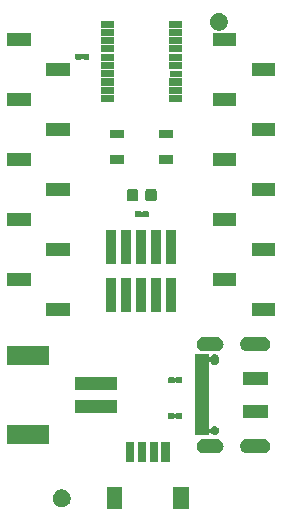
<source format=gbr>
G04 #@! TF.GenerationSoftware,KiCad,Pcbnew,(5.1.5-0-10_14)*
G04 #@! TF.CreationDate,2020-09-25T15:56:19+02:00*
G04 #@! TF.ProjectId,s1-popout-board,73312d70-6f70-46f7-9574-2d626f617264,2*
G04 #@! TF.SameCoordinates,Original*
G04 #@! TF.FileFunction,Soldermask,Top*
G04 #@! TF.FilePolarity,Negative*
%FSLAX46Y46*%
G04 Gerber Fmt 4.6, Leading zero omitted, Abs format (unit mm)*
G04 Created by KiCad (PCBNEW (5.1.5-0-10_14)) date 2020-09-25 15:56:19*
%MOMM*%
%LPD*%
G04 APERTURE LIST*
%ADD10C,0.100000*%
G04 APERTURE END LIST*
D10*
G36*
X110950000Y-87700000D02*
G01*
X109650000Y-87700000D01*
X109650000Y-85800000D01*
X110950000Y-85800000D01*
X110950000Y-87700000D01*
G37*
G36*
X105350000Y-87700000D02*
G01*
X104050000Y-87700000D01*
X104050000Y-85800000D01*
X105350000Y-85800000D01*
X105350000Y-87700000D01*
G37*
G36*
X100418765Y-86078821D02*
G01*
X100555257Y-86135358D01*
X100678096Y-86217436D01*
X100782564Y-86321904D01*
X100864642Y-86444743D01*
X100921179Y-86581235D01*
X100950000Y-86726130D01*
X100950000Y-86873870D01*
X100921179Y-87018765D01*
X100864642Y-87155257D01*
X100782564Y-87278096D01*
X100678096Y-87382564D01*
X100555257Y-87464642D01*
X100418765Y-87521179D01*
X100273870Y-87550000D01*
X100126130Y-87550000D01*
X99981235Y-87521179D01*
X99844743Y-87464642D01*
X99721904Y-87382564D01*
X99617436Y-87278096D01*
X99535358Y-87155257D01*
X99478821Y-87018765D01*
X99450000Y-86873870D01*
X99450000Y-86726130D01*
X99478821Y-86581235D01*
X99535358Y-86444743D01*
X99617436Y-86321904D01*
X99721904Y-86217436D01*
X99844743Y-86135358D01*
X99981235Y-86078821D01*
X100126130Y-86050000D01*
X100273870Y-86050000D01*
X100418765Y-86078821D01*
G37*
G36*
X106350000Y-83700000D02*
G01*
X105650000Y-83700000D01*
X105650000Y-82050000D01*
X106350000Y-82050000D01*
X106350000Y-83700000D01*
G37*
G36*
X107350000Y-83700000D02*
G01*
X106650000Y-83700000D01*
X106650000Y-82050000D01*
X107350000Y-82050000D01*
X107350000Y-83700000D01*
G37*
G36*
X109350000Y-83700000D02*
G01*
X108650000Y-83700000D01*
X108650000Y-82050000D01*
X109350000Y-82050000D01*
X109350000Y-83700000D01*
G37*
G36*
X108350000Y-83700000D02*
G01*
X107650000Y-83700000D01*
X107650000Y-82050000D01*
X108350000Y-82050000D01*
X108350000Y-83700000D01*
G37*
G36*
X117369305Y-81750103D02*
G01*
X117454403Y-81775918D01*
X117487872Y-81786070D01*
X117487874Y-81786071D01*
X117597143Y-81844476D01*
X117692922Y-81923080D01*
X117771526Y-82018859D01*
X117829931Y-82128128D01*
X117865899Y-82246697D01*
X117878043Y-82370002D01*
X117865899Y-82493307D01*
X117829931Y-82611876D01*
X117771526Y-82721145D01*
X117692922Y-82816924D01*
X117597143Y-82895528D01*
X117487874Y-82953933D01*
X117487872Y-82953934D01*
X117454403Y-82964086D01*
X117369305Y-82989901D01*
X117276899Y-82999002D01*
X115915101Y-82999002D01*
X115822695Y-82989901D01*
X115737597Y-82964086D01*
X115704128Y-82953934D01*
X115704126Y-82953933D01*
X115594857Y-82895528D01*
X115499078Y-82816924D01*
X115420474Y-82721145D01*
X115362069Y-82611876D01*
X115326101Y-82493307D01*
X115313957Y-82370002D01*
X115326101Y-82246697D01*
X115362069Y-82128128D01*
X115420474Y-82018859D01*
X115499078Y-81923080D01*
X115594857Y-81844476D01*
X115704126Y-81786071D01*
X115704128Y-81786070D01*
X115737597Y-81775918D01*
X115822695Y-81750103D01*
X115915101Y-81741002D01*
X117276899Y-81741002D01*
X117369305Y-81750103D01*
G37*
G36*
X113394304Y-81750103D02*
G01*
X113479402Y-81775918D01*
X113512871Y-81786070D01*
X113512873Y-81786071D01*
X113622142Y-81844476D01*
X113717921Y-81923080D01*
X113796525Y-82018859D01*
X113854930Y-82128128D01*
X113890898Y-82246697D01*
X113903042Y-82370002D01*
X113890898Y-82493307D01*
X113854930Y-82611876D01*
X113796525Y-82721145D01*
X113717921Y-82816924D01*
X113622142Y-82895528D01*
X113512873Y-82953933D01*
X113512871Y-82953934D01*
X113479402Y-82964086D01*
X113394304Y-82989901D01*
X113301898Y-82999002D01*
X112240100Y-82999002D01*
X112147694Y-82989901D01*
X112062596Y-82964086D01*
X112029127Y-82953934D01*
X112029125Y-82953933D01*
X111919856Y-82895528D01*
X111824077Y-82816924D01*
X111745473Y-82721145D01*
X111687068Y-82611876D01*
X111651100Y-82493307D01*
X111638956Y-82370002D01*
X111651100Y-82246697D01*
X111687068Y-82128128D01*
X111745473Y-82018859D01*
X111824077Y-81923080D01*
X111919856Y-81844476D01*
X112029125Y-81786071D01*
X112029127Y-81786070D01*
X112062596Y-81775918D01*
X112147694Y-81750103D01*
X112240100Y-81741002D01*
X113301898Y-81741002D01*
X113394304Y-81750103D01*
G37*
G36*
X99100000Y-82200000D02*
G01*
X95600000Y-82200000D01*
X95600000Y-80600000D01*
X99100000Y-80600000D01*
X99100000Y-82200000D01*
G37*
G36*
X113227513Y-74580427D02*
G01*
X113298200Y-74601870D01*
X113298202Y-74601871D01*
X113363345Y-74636690D01*
X113363347Y-74636692D01*
X113420449Y-74683553D01*
X113467310Y-74740654D01*
X113502132Y-74805801D01*
X113523575Y-74876488D01*
X113529001Y-74931582D01*
X113529001Y-75168419D01*
X113523575Y-75223514D01*
X113502132Y-75294201D01*
X113467310Y-75359348D01*
X113420449Y-75416449D01*
X113363348Y-75463310D01*
X113363346Y-75463311D01*
X113363345Y-75463312D01*
X113298203Y-75498131D01*
X113298201Y-75498132D01*
X113227514Y-75519575D01*
X113154001Y-75526815D01*
X113080489Y-75519575D01*
X113009802Y-75498132D01*
X113009800Y-75498131D01*
X112944658Y-75463312D01*
X112944657Y-75463311D01*
X112944655Y-75463310D01*
X112887553Y-75416449D01*
X112840692Y-75359348D01*
X112840690Y-75359346D01*
X112805871Y-75294203D01*
X112805870Y-75294201D01*
X112793943Y-75254882D01*
X112790194Y-75245833D01*
X112784749Y-75237683D01*
X112777818Y-75230752D01*
X112769668Y-75225307D01*
X112760613Y-75221556D01*
X112751000Y-75219644D01*
X112741198Y-75219644D01*
X112731585Y-75221556D01*
X112722530Y-75225307D01*
X112714380Y-75230752D01*
X112707449Y-75237683D01*
X112702004Y-75245833D01*
X112698253Y-75254888D01*
X112696341Y-75264501D01*
X112696100Y-75269402D01*
X112696100Y-76036127D01*
X112692921Y-76037826D01*
X112685344Y-76044044D01*
X112679126Y-76051621D01*
X112674506Y-76060265D01*
X112671661Y-76069645D01*
X112670700Y-76079399D01*
X112670700Y-80020602D01*
X112671661Y-80030356D01*
X112674506Y-80039736D01*
X112679126Y-80048380D01*
X112685344Y-80055957D01*
X112692921Y-80062175D01*
X112696100Y-80063874D01*
X112696100Y-80924185D01*
X112697061Y-80933939D01*
X112699906Y-80943319D01*
X112704526Y-80951963D01*
X112710744Y-80959540D01*
X112718321Y-80965758D01*
X112726965Y-80970378D01*
X112736345Y-80973223D01*
X112746099Y-80974184D01*
X112755853Y-80973223D01*
X112765233Y-80970378D01*
X112773877Y-80965758D01*
X112781454Y-80959540D01*
X112787672Y-80951963D01*
X112792292Y-80943319D01*
X112800218Y-80924185D01*
X112821680Y-80872371D01*
X112862719Y-80810952D01*
X112914952Y-80758719D01*
X112976371Y-80717680D01*
X113044617Y-80689411D01*
X113117065Y-80675000D01*
X113190935Y-80675000D01*
X113263383Y-80689411D01*
X113331629Y-80717680D01*
X113393048Y-80758719D01*
X113445281Y-80810952D01*
X113486320Y-80872371D01*
X113514589Y-80940617D01*
X113529000Y-81013066D01*
X113529000Y-81086934D01*
X113514589Y-81159383D01*
X113486320Y-81227629D01*
X113445281Y-81289048D01*
X113393048Y-81341281D01*
X113331629Y-81382320D01*
X113331628Y-81382321D01*
X113331627Y-81382321D01*
X113263383Y-81410589D01*
X113190935Y-81425000D01*
X113117065Y-81425000D01*
X113044617Y-81410589D01*
X112976373Y-81382321D01*
X112976372Y-81382321D01*
X112976371Y-81382320D01*
X112914952Y-81341281D01*
X112862719Y-81289048D01*
X112821680Y-81227629D01*
X112793411Y-81159383D01*
X112793411Y-81159382D01*
X112792292Y-81156681D01*
X112787672Y-81148037D01*
X112781454Y-81140460D01*
X112773877Y-81134242D01*
X112765233Y-81129622D01*
X112755853Y-81126777D01*
X112746099Y-81125816D01*
X112736345Y-81126777D01*
X112726965Y-81129622D01*
X112718321Y-81134242D01*
X112710744Y-81140460D01*
X112704526Y-81148037D01*
X112699906Y-81156681D01*
X112697061Y-81166061D01*
X112696100Y-81175815D01*
X112696100Y-81479400D01*
X111503900Y-81479400D01*
X111503900Y-80063874D01*
X111507079Y-80062175D01*
X111514656Y-80055957D01*
X111520874Y-80048380D01*
X111525494Y-80039736D01*
X111528339Y-80030356D01*
X111529300Y-80020602D01*
X111529300Y-76079399D01*
X111528339Y-76069645D01*
X111525494Y-76060265D01*
X111520874Y-76051621D01*
X111514656Y-76044044D01*
X111507079Y-76037826D01*
X111503900Y-76036127D01*
X111503900Y-74620601D01*
X112696100Y-74620601D01*
X112696100Y-74830601D01*
X112697061Y-74840355D01*
X112699906Y-74849735D01*
X112704526Y-74858379D01*
X112710744Y-74865956D01*
X112718321Y-74872174D01*
X112726965Y-74876794D01*
X112736345Y-74879639D01*
X112746099Y-74880600D01*
X112755853Y-74879639D01*
X112765233Y-74876794D01*
X112773877Y-74872174D01*
X112781454Y-74865956D01*
X112787672Y-74858379D01*
X112792292Y-74849735D01*
X112793941Y-74845127D01*
X112805870Y-74805802D01*
X112805872Y-74805799D01*
X112840690Y-74740657D01*
X112848403Y-74731259D01*
X112887553Y-74683553D01*
X112944654Y-74636692D01*
X112944656Y-74636691D01*
X112944657Y-74636690D01*
X113009799Y-74601871D01*
X113009801Y-74601870D01*
X113080488Y-74580427D01*
X113154001Y-74573187D01*
X113227513Y-74580427D01*
G37*
G36*
X109679460Y-79552158D02*
G01*
X109698173Y-79557835D01*
X109715424Y-79567055D01*
X109730539Y-79579461D01*
X109742945Y-79594576D01*
X109752185Y-79611864D01*
X109755905Y-79620845D01*
X109761350Y-79628995D01*
X109768281Y-79635925D01*
X109776430Y-79641371D01*
X109785486Y-79645122D01*
X109795099Y-79647034D01*
X109804900Y-79647034D01*
X109814513Y-79645122D01*
X109823569Y-79641371D01*
X109831719Y-79635926D01*
X109838649Y-79628995D01*
X109844095Y-79620846D01*
X109847815Y-79611864D01*
X109857055Y-79594576D01*
X109869461Y-79579461D01*
X109884576Y-79567055D01*
X109901827Y-79557835D01*
X109920540Y-79552158D01*
X109942453Y-79550000D01*
X110297547Y-79550000D01*
X110319460Y-79552158D01*
X110338173Y-79557835D01*
X110355424Y-79567055D01*
X110370539Y-79579461D01*
X110382945Y-79594576D01*
X110392165Y-79611827D01*
X110397842Y-79630540D01*
X110400000Y-79652453D01*
X110400000Y-79947547D01*
X110397842Y-79969460D01*
X110392165Y-79988173D01*
X110382945Y-80005424D01*
X110370539Y-80020539D01*
X110355424Y-80032945D01*
X110338173Y-80042165D01*
X110319460Y-80047842D01*
X110297547Y-80050000D01*
X109942453Y-80050000D01*
X109920540Y-80047842D01*
X109901827Y-80042165D01*
X109884576Y-80032945D01*
X109869461Y-80020539D01*
X109857055Y-80005424D01*
X109847815Y-79988136D01*
X109844095Y-79979155D01*
X109838650Y-79971005D01*
X109831719Y-79964075D01*
X109823570Y-79958629D01*
X109814514Y-79954878D01*
X109804901Y-79952966D01*
X109795100Y-79952966D01*
X109785487Y-79954878D01*
X109776431Y-79958629D01*
X109768281Y-79964074D01*
X109761351Y-79971005D01*
X109755905Y-79979154D01*
X109752185Y-79988136D01*
X109742945Y-80005424D01*
X109730539Y-80020539D01*
X109715424Y-80032945D01*
X109698173Y-80042165D01*
X109679460Y-80047842D01*
X109657547Y-80050000D01*
X109302453Y-80050000D01*
X109280540Y-80047842D01*
X109261827Y-80042165D01*
X109244576Y-80032945D01*
X109229461Y-80020539D01*
X109217055Y-80005424D01*
X109207835Y-79988173D01*
X109202158Y-79969460D01*
X109200000Y-79947547D01*
X109200000Y-79652453D01*
X109202158Y-79630540D01*
X109207835Y-79611827D01*
X109217055Y-79594576D01*
X109229461Y-79579461D01*
X109244576Y-79567055D01*
X109261827Y-79557835D01*
X109280540Y-79552158D01*
X109302453Y-79550000D01*
X109657547Y-79550000D01*
X109679460Y-79552158D01*
G37*
G36*
X117649300Y-79995300D02*
G01*
X115542700Y-79995300D01*
X115542700Y-78904700D01*
X117649300Y-78904700D01*
X117649300Y-79995300D01*
G37*
G36*
X104900000Y-79600000D02*
G01*
X101300000Y-79600000D01*
X101300000Y-78500000D01*
X104900000Y-78500000D01*
X104900000Y-79600000D01*
G37*
G36*
X104900000Y-77600000D02*
G01*
X101300000Y-77600000D01*
X101300000Y-76500000D01*
X104900000Y-76500000D01*
X104900000Y-77600000D01*
G37*
G36*
X117649300Y-77195301D02*
G01*
X115542700Y-77195301D01*
X115542700Y-76104701D01*
X117649300Y-76104701D01*
X117649300Y-77195301D01*
G37*
G36*
X109699460Y-76552158D02*
G01*
X109718173Y-76557835D01*
X109735424Y-76567055D01*
X109750539Y-76579461D01*
X109762945Y-76594576D01*
X109772185Y-76611864D01*
X109775905Y-76620845D01*
X109781350Y-76628995D01*
X109788281Y-76635925D01*
X109796430Y-76641371D01*
X109805486Y-76645122D01*
X109815099Y-76647034D01*
X109824900Y-76647034D01*
X109834513Y-76645122D01*
X109843569Y-76641371D01*
X109851719Y-76635926D01*
X109858649Y-76628995D01*
X109864095Y-76620846D01*
X109867815Y-76611864D01*
X109877055Y-76594576D01*
X109889461Y-76579461D01*
X109904576Y-76567055D01*
X109921827Y-76557835D01*
X109940540Y-76552158D01*
X109962453Y-76550000D01*
X110317547Y-76550000D01*
X110339460Y-76552158D01*
X110358173Y-76557835D01*
X110375424Y-76567055D01*
X110390539Y-76579461D01*
X110402945Y-76594576D01*
X110412165Y-76611827D01*
X110417842Y-76630540D01*
X110420000Y-76652453D01*
X110420000Y-76947547D01*
X110417842Y-76969460D01*
X110412165Y-76988173D01*
X110402945Y-77005424D01*
X110390539Y-77020539D01*
X110375424Y-77032945D01*
X110358173Y-77042165D01*
X110339460Y-77047842D01*
X110317547Y-77050000D01*
X109962453Y-77050000D01*
X109940540Y-77047842D01*
X109921827Y-77042165D01*
X109904576Y-77032945D01*
X109889461Y-77020539D01*
X109877055Y-77005424D01*
X109867815Y-76988136D01*
X109864095Y-76979155D01*
X109858650Y-76971005D01*
X109851719Y-76964075D01*
X109843570Y-76958629D01*
X109834514Y-76954878D01*
X109824901Y-76952966D01*
X109815100Y-76952966D01*
X109805487Y-76954878D01*
X109796431Y-76958629D01*
X109788281Y-76964074D01*
X109781351Y-76971005D01*
X109775905Y-76979154D01*
X109772185Y-76988136D01*
X109762945Y-77005424D01*
X109750539Y-77020539D01*
X109735424Y-77032945D01*
X109718173Y-77042165D01*
X109699460Y-77047842D01*
X109677547Y-77050000D01*
X109322453Y-77050000D01*
X109300540Y-77047842D01*
X109281827Y-77042165D01*
X109264576Y-77032945D01*
X109249461Y-77020539D01*
X109237055Y-77005424D01*
X109227835Y-76988173D01*
X109222158Y-76969460D01*
X109220000Y-76947547D01*
X109220000Y-76652453D01*
X109222158Y-76630540D01*
X109227835Y-76611827D01*
X109237055Y-76594576D01*
X109249461Y-76579461D01*
X109264576Y-76567055D01*
X109281827Y-76557835D01*
X109300540Y-76552158D01*
X109322453Y-76550000D01*
X109677547Y-76550000D01*
X109699460Y-76552158D01*
G37*
G36*
X99100000Y-75500000D02*
G01*
X95600000Y-75500000D01*
X95600000Y-73900000D01*
X99100000Y-73900000D01*
X99100000Y-75500000D01*
G37*
G36*
X113394304Y-73110500D02*
G01*
X113479402Y-73136315D01*
X113512871Y-73146467D01*
X113512873Y-73146468D01*
X113622142Y-73204873D01*
X113717921Y-73283477D01*
X113796525Y-73379256D01*
X113854930Y-73488525D01*
X113890898Y-73607094D01*
X113903042Y-73730399D01*
X113890898Y-73853704D01*
X113876854Y-73900000D01*
X113855052Y-73971873D01*
X113854930Y-73972273D01*
X113796525Y-74081542D01*
X113717921Y-74177321D01*
X113622142Y-74255925D01*
X113513621Y-74313930D01*
X113512871Y-74314331D01*
X113479402Y-74324483D01*
X113394304Y-74350298D01*
X113301898Y-74359399D01*
X112240100Y-74359399D01*
X112147694Y-74350298D01*
X112062596Y-74324483D01*
X112029127Y-74314331D01*
X112028377Y-74313930D01*
X111919856Y-74255925D01*
X111824077Y-74177321D01*
X111745473Y-74081542D01*
X111687068Y-73972273D01*
X111686947Y-73971873D01*
X111665144Y-73900000D01*
X111651100Y-73853704D01*
X111638956Y-73730399D01*
X111651100Y-73607094D01*
X111687068Y-73488525D01*
X111745473Y-73379256D01*
X111824077Y-73283477D01*
X111919856Y-73204873D01*
X112029125Y-73146468D01*
X112029127Y-73146467D01*
X112062596Y-73136315D01*
X112147694Y-73110500D01*
X112240100Y-73101399D01*
X113301898Y-73101399D01*
X113394304Y-73110500D01*
G37*
G36*
X117369305Y-73110100D02*
G01*
X117454403Y-73135915D01*
X117487872Y-73146067D01*
X117487874Y-73146068D01*
X117597143Y-73204473D01*
X117692922Y-73283077D01*
X117771526Y-73378856D01*
X117829931Y-73488125D01*
X117829932Y-73488127D01*
X117830053Y-73488527D01*
X117865899Y-73606694D01*
X117878043Y-73729999D01*
X117865899Y-73853304D01*
X117829931Y-73971873D01*
X117771526Y-74081142D01*
X117692922Y-74176921D01*
X117597143Y-74255525D01*
X117487874Y-74313930D01*
X117487872Y-74313931D01*
X117454403Y-74324083D01*
X117369305Y-74349898D01*
X117276899Y-74358999D01*
X115915101Y-74358999D01*
X115822695Y-74349898D01*
X115737597Y-74324083D01*
X115704128Y-74313931D01*
X115704126Y-74313930D01*
X115594857Y-74255525D01*
X115499078Y-74176921D01*
X115420474Y-74081142D01*
X115362069Y-73971873D01*
X115326101Y-73853304D01*
X115313957Y-73729999D01*
X115326101Y-73606694D01*
X115361947Y-73488527D01*
X115362068Y-73488127D01*
X115362069Y-73488125D01*
X115420474Y-73378856D01*
X115499078Y-73283077D01*
X115594857Y-73204473D01*
X115704126Y-73146068D01*
X115704128Y-73146067D01*
X115737597Y-73135915D01*
X115822695Y-73110100D01*
X115915101Y-73100999D01*
X117276899Y-73100999D01*
X117369305Y-73110100D01*
G37*
G36*
X100900000Y-71400000D02*
G01*
X98900000Y-71400000D01*
X98900000Y-70300000D01*
X100900000Y-70300000D01*
X100900000Y-71400000D01*
G37*
G36*
X118300000Y-71400000D02*
G01*
X116300000Y-71400000D01*
X116300000Y-70300000D01*
X118300000Y-70300000D01*
X118300000Y-71400000D01*
G37*
G36*
X108640000Y-71030000D02*
G01*
X107800000Y-71030000D01*
X107800000Y-68140000D01*
X108640000Y-68140000D01*
X108640000Y-71030000D01*
G37*
G36*
X104830000Y-71030000D02*
G01*
X103990000Y-71030000D01*
X103990000Y-68140000D01*
X104830000Y-68140000D01*
X104830000Y-71030000D01*
G37*
G36*
X106100000Y-71030000D02*
G01*
X105260000Y-71030000D01*
X105260000Y-68140000D01*
X106100000Y-68140000D01*
X106100000Y-71030000D01*
G37*
G36*
X107370000Y-71030000D02*
G01*
X106530000Y-71030000D01*
X106530000Y-68140000D01*
X107370000Y-68140000D01*
X107370000Y-71030000D01*
G37*
G36*
X109910000Y-71030000D02*
G01*
X109070000Y-71030000D01*
X109070000Y-68140000D01*
X109910000Y-68140000D01*
X109910000Y-71030000D01*
G37*
G36*
X97600000Y-68860000D02*
G01*
X95600000Y-68860000D01*
X95600000Y-67760000D01*
X97600000Y-67760000D01*
X97600000Y-68860000D01*
G37*
G36*
X115000000Y-68860000D02*
G01*
X113000000Y-68860000D01*
X113000000Y-67760000D01*
X115000000Y-67760000D01*
X115000000Y-68860000D01*
G37*
G36*
X109910000Y-66960000D02*
G01*
X109070000Y-66960000D01*
X109070000Y-64070000D01*
X109910000Y-64070000D01*
X109910000Y-66960000D01*
G37*
G36*
X108640000Y-66960000D02*
G01*
X107800000Y-66960000D01*
X107800000Y-64070000D01*
X108640000Y-64070000D01*
X108640000Y-66960000D01*
G37*
G36*
X107370000Y-66960000D02*
G01*
X106530000Y-66960000D01*
X106530000Y-64070000D01*
X107370000Y-64070000D01*
X107370000Y-66960000D01*
G37*
G36*
X106100000Y-66960000D02*
G01*
X105260000Y-66960000D01*
X105260000Y-64070000D01*
X106100000Y-64070000D01*
X106100000Y-66960000D01*
G37*
G36*
X104830000Y-66960000D02*
G01*
X103990000Y-66960000D01*
X103990000Y-64070000D01*
X104830000Y-64070000D01*
X104830000Y-66960000D01*
G37*
G36*
X118300000Y-66320000D02*
G01*
X116300000Y-66320000D01*
X116300000Y-65220000D01*
X118300000Y-65220000D01*
X118300000Y-66320000D01*
G37*
G36*
X100900000Y-66320000D02*
G01*
X98900000Y-66320000D01*
X98900000Y-65220000D01*
X100900000Y-65220000D01*
X100900000Y-66320000D01*
G37*
G36*
X115000000Y-63780000D02*
G01*
X113000000Y-63780000D01*
X113000000Y-62680000D01*
X115000000Y-62680000D01*
X115000000Y-63780000D01*
G37*
G36*
X97600000Y-63780000D02*
G01*
X95600000Y-63780000D01*
X95600000Y-62680000D01*
X97600000Y-62680000D01*
X97600000Y-63780000D01*
G37*
G36*
X106854460Y-62477158D02*
G01*
X106873173Y-62482835D01*
X106890424Y-62492055D01*
X106905539Y-62504461D01*
X106917945Y-62519576D01*
X106927185Y-62536864D01*
X106930905Y-62545845D01*
X106936350Y-62553995D01*
X106943281Y-62560925D01*
X106951430Y-62566371D01*
X106960486Y-62570122D01*
X106970099Y-62572034D01*
X106979900Y-62572034D01*
X106989513Y-62570122D01*
X106998569Y-62566371D01*
X107006719Y-62560926D01*
X107013649Y-62553995D01*
X107019095Y-62545846D01*
X107022815Y-62536864D01*
X107032055Y-62519576D01*
X107044461Y-62504461D01*
X107059576Y-62492055D01*
X107076827Y-62482835D01*
X107095540Y-62477158D01*
X107117453Y-62475000D01*
X107472547Y-62475000D01*
X107494460Y-62477158D01*
X107513173Y-62482835D01*
X107530424Y-62492055D01*
X107545539Y-62504461D01*
X107557945Y-62519576D01*
X107567165Y-62536827D01*
X107572842Y-62555540D01*
X107575000Y-62577453D01*
X107575000Y-62872547D01*
X107572842Y-62894460D01*
X107567165Y-62913173D01*
X107557945Y-62930424D01*
X107545539Y-62945539D01*
X107530424Y-62957945D01*
X107513173Y-62967165D01*
X107494460Y-62972842D01*
X107472547Y-62975000D01*
X107117453Y-62975000D01*
X107095540Y-62972842D01*
X107076827Y-62967165D01*
X107059576Y-62957945D01*
X107044461Y-62945539D01*
X107032055Y-62930424D01*
X107022815Y-62913136D01*
X107019095Y-62904155D01*
X107013650Y-62896005D01*
X107006719Y-62889075D01*
X106998570Y-62883629D01*
X106989514Y-62879878D01*
X106979901Y-62877966D01*
X106970100Y-62877966D01*
X106960487Y-62879878D01*
X106951431Y-62883629D01*
X106943281Y-62889074D01*
X106936351Y-62896005D01*
X106930905Y-62904154D01*
X106927185Y-62913136D01*
X106917945Y-62930424D01*
X106905539Y-62945539D01*
X106890424Y-62957945D01*
X106873173Y-62967165D01*
X106854460Y-62972842D01*
X106832547Y-62975000D01*
X106477453Y-62975000D01*
X106455540Y-62972842D01*
X106436827Y-62967165D01*
X106419576Y-62957945D01*
X106404461Y-62945539D01*
X106392055Y-62930424D01*
X106382835Y-62913173D01*
X106377158Y-62894460D01*
X106375000Y-62872547D01*
X106375000Y-62577453D01*
X106377158Y-62555540D01*
X106382835Y-62536827D01*
X106392055Y-62519576D01*
X106404461Y-62504461D01*
X106419576Y-62492055D01*
X106436827Y-62482835D01*
X106455540Y-62477158D01*
X106477453Y-62475000D01*
X106832547Y-62475000D01*
X106854460Y-62477158D01*
G37*
G36*
X108068879Y-60617772D02*
G01*
X108109870Y-60630206D01*
X108147645Y-60650397D01*
X108180758Y-60677574D01*
X108207935Y-60710687D01*
X108228126Y-60748462D01*
X108240560Y-60789453D01*
X108245000Y-60834536D01*
X108245000Y-61442128D01*
X108240560Y-61487211D01*
X108228126Y-61528202D01*
X108207935Y-61565977D01*
X108180758Y-61599090D01*
X108147645Y-61626267D01*
X108109870Y-61646458D01*
X108068879Y-61658892D01*
X108023796Y-61663332D01*
X107491204Y-61663332D01*
X107446121Y-61658892D01*
X107405130Y-61646458D01*
X107367355Y-61626267D01*
X107334242Y-61599090D01*
X107307065Y-61565977D01*
X107286874Y-61528202D01*
X107274440Y-61487211D01*
X107270000Y-61442128D01*
X107270000Y-60834536D01*
X107274440Y-60789453D01*
X107286874Y-60748462D01*
X107307065Y-60710687D01*
X107334242Y-60677574D01*
X107367355Y-60650397D01*
X107405130Y-60630206D01*
X107446121Y-60617772D01*
X107491204Y-60613332D01*
X108023796Y-60613332D01*
X108068879Y-60617772D01*
G37*
G36*
X106493879Y-60617772D02*
G01*
X106534870Y-60630206D01*
X106572645Y-60650397D01*
X106605758Y-60677574D01*
X106632935Y-60710687D01*
X106653126Y-60748462D01*
X106665560Y-60789453D01*
X106670000Y-60834536D01*
X106670000Y-61442128D01*
X106665560Y-61487211D01*
X106653126Y-61528202D01*
X106632935Y-61565977D01*
X106605758Y-61599090D01*
X106572645Y-61626267D01*
X106534870Y-61646458D01*
X106493879Y-61658892D01*
X106448796Y-61663332D01*
X105916204Y-61663332D01*
X105871121Y-61658892D01*
X105830130Y-61646458D01*
X105792355Y-61626267D01*
X105759242Y-61599090D01*
X105732065Y-61565977D01*
X105711874Y-61528202D01*
X105699440Y-61487211D01*
X105695000Y-61442128D01*
X105695000Y-60834536D01*
X105699440Y-60789453D01*
X105711874Y-60748462D01*
X105732065Y-60710687D01*
X105759242Y-60677574D01*
X105792355Y-60650397D01*
X105830130Y-60630206D01*
X105871121Y-60617772D01*
X105916204Y-60613332D01*
X106448796Y-60613332D01*
X106493879Y-60617772D01*
G37*
G36*
X118300000Y-61240000D02*
G01*
X116300000Y-61240000D01*
X116300000Y-60140000D01*
X118300000Y-60140000D01*
X118300000Y-61240000D01*
G37*
G36*
X100900000Y-61240000D02*
G01*
X98900000Y-61240000D01*
X98900000Y-60140000D01*
X100900000Y-60140000D01*
X100900000Y-61240000D01*
G37*
G36*
X115000000Y-58700000D02*
G01*
X113000000Y-58700000D01*
X113000000Y-57600000D01*
X115000000Y-57600000D01*
X115000000Y-58700000D01*
G37*
G36*
X97600000Y-58700000D02*
G01*
X95600000Y-58700000D01*
X95600000Y-57600000D01*
X97600000Y-57600000D01*
X97600000Y-58700000D01*
G37*
G36*
X109600000Y-58471666D02*
G01*
X108450000Y-58471666D01*
X108450000Y-57721666D01*
X109600000Y-57721666D01*
X109600000Y-58471666D01*
G37*
G36*
X105450000Y-58471666D02*
G01*
X104300000Y-58471666D01*
X104300000Y-57721666D01*
X105450000Y-57721666D01*
X105450000Y-58471666D01*
G37*
G36*
X109600000Y-56321666D02*
G01*
X108450000Y-56321666D01*
X108450000Y-55571666D01*
X109600000Y-55571666D01*
X109600000Y-56321666D01*
G37*
G36*
X105450000Y-56321666D02*
G01*
X104300000Y-56321666D01*
X104300000Y-55571666D01*
X105450000Y-55571666D01*
X105450000Y-56321666D01*
G37*
G36*
X100900000Y-56160000D02*
G01*
X98900000Y-56160000D01*
X98900000Y-55060000D01*
X100900000Y-55060000D01*
X100900000Y-56160000D01*
G37*
G36*
X118300000Y-56160000D02*
G01*
X116300000Y-56160000D01*
X116300000Y-55060000D01*
X118300000Y-55060000D01*
X118300000Y-56160000D01*
G37*
G36*
X97600000Y-53620000D02*
G01*
X95600000Y-53620000D01*
X95600000Y-52520000D01*
X97600000Y-52520000D01*
X97600000Y-53620000D01*
G37*
G36*
X115000000Y-53620000D02*
G01*
X113000000Y-53620000D01*
X113000000Y-52520000D01*
X115000000Y-52520000D01*
X115000000Y-53620000D01*
G37*
G36*
X110400000Y-53250000D02*
G01*
X109300000Y-53250000D01*
X109300000Y-52650000D01*
X110400000Y-52650000D01*
X110400000Y-53250000D01*
G37*
G36*
X104600000Y-53250000D02*
G01*
X103500000Y-53250000D01*
X103500000Y-52650000D01*
X104600000Y-52650000D01*
X104600000Y-53250000D01*
G37*
G36*
X110400000Y-52550000D02*
G01*
X109300000Y-52550000D01*
X109300000Y-51950000D01*
X110400000Y-51950000D01*
X110400000Y-52550000D01*
G37*
G36*
X104600000Y-52550000D02*
G01*
X103500000Y-52550000D01*
X103500000Y-51950000D01*
X104600000Y-51950000D01*
X104600000Y-52550000D01*
G37*
G36*
X110400000Y-51850000D02*
G01*
X109300000Y-51850000D01*
X109300000Y-51250000D01*
X110400000Y-51250000D01*
X110400000Y-51850000D01*
G37*
G36*
X104600000Y-51850000D02*
G01*
X103500000Y-51850000D01*
X103500000Y-51250000D01*
X104600000Y-51250000D01*
X104600000Y-51850000D01*
G37*
G36*
X104600000Y-51150000D02*
G01*
X103500000Y-51150000D01*
X103500000Y-50550000D01*
X104600000Y-50550000D01*
X104600000Y-51150000D01*
G37*
G36*
X110351000Y-51101000D02*
G01*
X109349000Y-51101000D01*
X109349000Y-50599000D01*
X110351000Y-50599000D01*
X110351000Y-51101000D01*
G37*
G36*
X100900000Y-51080000D02*
G01*
X98900000Y-51080000D01*
X98900000Y-49980000D01*
X100900000Y-49980000D01*
X100900000Y-51080000D01*
G37*
G36*
X118300000Y-51080000D02*
G01*
X116300000Y-51080000D01*
X116300000Y-49980000D01*
X118300000Y-49980000D01*
X118300000Y-51080000D01*
G37*
G36*
X110400000Y-50450000D02*
G01*
X109300000Y-50450000D01*
X109300000Y-49850000D01*
X110400000Y-49850000D01*
X110400000Y-50450000D01*
G37*
G36*
X104600000Y-50450000D02*
G01*
X103500000Y-50450000D01*
X103500000Y-49850000D01*
X104600000Y-49850000D01*
X104600000Y-50450000D01*
G37*
G36*
X104600000Y-49750000D02*
G01*
X103500000Y-49750000D01*
X103500000Y-49150000D01*
X104600000Y-49150000D01*
X104600000Y-49750000D01*
G37*
G36*
X110400000Y-49750000D02*
G01*
X109300000Y-49750000D01*
X109300000Y-49150000D01*
X110400000Y-49150000D01*
X110400000Y-49750000D01*
G37*
G36*
X101829460Y-49152158D02*
G01*
X101848173Y-49157835D01*
X101865424Y-49167055D01*
X101880539Y-49179461D01*
X101892945Y-49194576D01*
X101902185Y-49211864D01*
X101905905Y-49220845D01*
X101911350Y-49228995D01*
X101918281Y-49235925D01*
X101926430Y-49241371D01*
X101935486Y-49245122D01*
X101945099Y-49247034D01*
X101954900Y-49247034D01*
X101964513Y-49245122D01*
X101973569Y-49241371D01*
X101981719Y-49235926D01*
X101988649Y-49228995D01*
X101994095Y-49220846D01*
X101997815Y-49211864D01*
X102007055Y-49194576D01*
X102019461Y-49179461D01*
X102034576Y-49167055D01*
X102051827Y-49157835D01*
X102070540Y-49152158D01*
X102092453Y-49150000D01*
X102447547Y-49150000D01*
X102469460Y-49152158D01*
X102488173Y-49157835D01*
X102505424Y-49167055D01*
X102520539Y-49179461D01*
X102532945Y-49194576D01*
X102542165Y-49211827D01*
X102547842Y-49230540D01*
X102550000Y-49252453D01*
X102550000Y-49547547D01*
X102547842Y-49569460D01*
X102542165Y-49588173D01*
X102532945Y-49605424D01*
X102520539Y-49620539D01*
X102505424Y-49632945D01*
X102488173Y-49642165D01*
X102469460Y-49647842D01*
X102447547Y-49650000D01*
X102092453Y-49650000D01*
X102070540Y-49647842D01*
X102051827Y-49642165D01*
X102034576Y-49632945D01*
X102019461Y-49620539D01*
X102007055Y-49605424D01*
X101997815Y-49588136D01*
X101994095Y-49579155D01*
X101988650Y-49571005D01*
X101981719Y-49564075D01*
X101973570Y-49558629D01*
X101964514Y-49554878D01*
X101954901Y-49552966D01*
X101945100Y-49552966D01*
X101935487Y-49554878D01*
X101926431Y-49558629D01*
X101918281Y-49564074D01*
X101911351Y-49571005D01*
X101905905Y-49579154D01*
X101902185Y-49588136D01*
X101892945Y-49605424D01*
X101880539Y-49620539D01*
X101865424Y-49632945D01*
X101848173Y-49642165D01*
X101829460Y-49647842D01*
X101807547Y-49650000D01*
X101452453Y-49650000D01*
X101430540Y-49647842D01*
X101411827Y-49642165D01*
X101394576Y-49632945D01*
X101379461Y-49620539D01*
X101367055Y-49605424D01*
X101357835Y-49588173D01*
X101352158Y-49569460D01*
X101350000Y-49547547D01*
X101350000Y-49252453D01*
X101352158Y-49230540D01*
X101357835Y-49211827D01*
X101367055Y-49194576D01*
X101379461Y-49179461D01*
X101394576Y-49167055D01*
X101411827Y-49157835D01*
X101430540Y-49152158D01*
X101452453Y-49150000D01*
X101807547Y-49150000D01*
X101829460Y-49152158D01*
G37*
G36*
X104600000Y-49050000D02*
G01*
X103500000Y-49050000D01*
X103500000Y-48450000D01*
X104600000Y-48450000D01*
X104600000Y-49050000D01*
G37*
G36*
X110400000Y-49050000D02*
G01*
X109300000Y-49050000D01*
X109300000Y-48450000D01*
X110400000Y-48450000D01*
X110400000Y-49050000D01*
G37*
G36*
X115000000Y-48540000D02*
G01*
X113000000Y-48540000D01*
X113000000Y-47440000D01*
X115000000Y-47440000D01*
X115000000Y-48540000D01*
G37*
G36*
X97600000Y-48540000D02*
G01*
X95600000Y-48540000D01*
X95600000Y-47440000D01*
X97600000Y-47440000D01*
X97600000Y-48540000D01*
G37*
G36*
X104600000Y-48350000D02*
G01*
X103500000Y-48350000D01*
X103500000Y-47750000D01*
X104600000Y-47750000D01*
X104600000Y-48350000D01*
G37*
G36*
X110400000Y-48350000D02*
G01*
X109300000Y-48350000D01*
X109300000Y-47750000D01*
X110400000Y-47750000D01*
X110400000Y-48350000D01*
G37*
G36*
X110400000Y-47650000D02*
G01*
X109300000Y-47650000D01*
X109300000Y-47050000D01*
X110400000Y-47050000D01*
X110400000Y-47650000D01*
G37*
G36*
X104600000Y-47650000D02*
G01*
X103500000Y-47650000D01*
X103500000Y-47050000D01*
X104600000Y-47050000D01*
X104600000Y-47650000D01*
G37*
G36*
X113718765Y-45728821D02*
G01*
X113855257Y-45785358D01*
X113978096Y-45867436D01*
X114082564Y-45971904D01*
X114164642Y-46094743D01*
X114221179Y-46231235D01*
X114250000Y-46376130D01*
X114250000Y-46523870D01*
X114221179Y-46668765D01*
X114164642Y-46805257D01*
X114082564Y-46928096D01*
X113978096Y-47032564D01*
X113855257Y-47114642D01*
X113718765Y-47171179D01*
X113573870Y-47200000D01*
X113426130Y-47200000D01*
X113281235Y-47171179D01*
X113144743Y-47114642D01*
X113021904Y-47032564D01*
X112917436Y-46928096D01*
X112835358Y-46805257D01*
X112778821Y-46668765D01*
X112750000Y-46523870D01*
X112750000Y-46376130D01*
X112778821Y-46231235D01*
X112835358Y-46094743D01*
X112917436Y-45971904D01*
X113021904Y-45867436D01*
X113144743Y-45785358D01*
X113281235Y-45728821D01*
X113426130Y-45700000D01*
X113573870Y-45700000D01*
X113718765Y-45728821D01*
G37*
G36*
X104600000Y-46950000D02*
G01*
X103500000Y-46950000D01*
X103500000Y-46350000D01*
X104600000Y-46350000D01*
X104600000Y-46950000D01*
G37*
G36*
X110400000Y-46950000D02*
G01*
X109300000Y-46950000D01*
X109300000Y-46350000D01*
X110400000Y-46350000D01*
X110400000Y-46950000D01*
G37*
M02*

</source>
